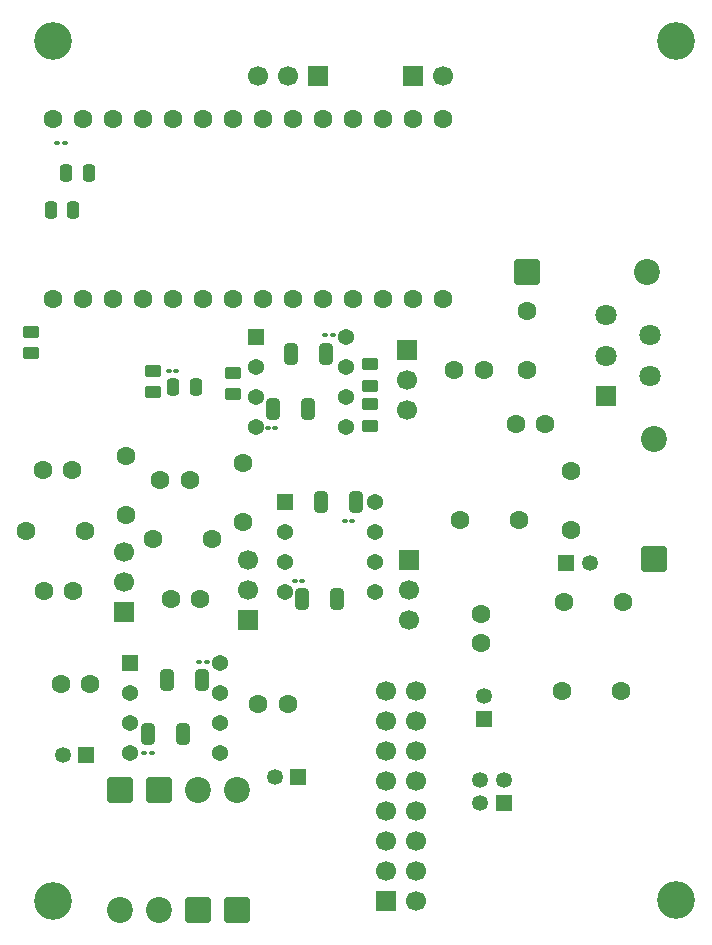
<source format=gbr>
%TF.GenerationSoftware,KiCad,Pcbnew,9.0.5-9.0.5~ubuntu24.04.1*%
%TF.CreationDate,2025-12-28T13:44:13+09:00*%
%TF.ProjectId,bdm-reverb,62646d2d-7265-4766-9572-622e6b696361,rev?*%
%TF.SameCoordinates,Original*%
%TF.FileFunction,Soldermask,Bot*%
%TF.FilePolarity,Negative*%
%FSLAX46Y46*%
G04 Gerber Fmt 4.6, Leading zero omitted, Abs format (unit mm)*
G04 Created by KiCad (PCBNEW 9.0.5-9.0.5~ubuntu24.04.1) date 2025-12-28 13:44:13*
%MOMM*%
%LPD*%
G01*
G04 APERTURE LIST*
G04 Aperture macros list*
%AMRoundRect*
0 Rectangle with rounded corners*
0 $1 Rounding radius*
0 $2 $3 $4 $5 $6 $7 $8 $9 X,Y pos of 4 corners*
0 Add a 4 corners polygon primitive as box body*
4,1,4,$2,$3,$4,$5,$6,$7,$8,$9,$2,$3,0*
0 Add four circle primitives for the rounded corners*
1,1,$1+$1,$2,$3*
1,1,$1+$1,$4,$5*
1,1,$1+$1,$6,$7*
1,1,$1+$1,$8,$9*
0 Add four rect primitives between the rounded corners*
20,1,$1+$1,$2,$3,$4,$5,0*
20,1,$1+$1,$4,$5,$6,$7,0*
20,1,$1+$1,$6,$7,$8,$9,0*
20,1,$1+$1,$8,$9,$2,$3,0*%
G04 Aperture macros list end*
%ADD10C,1.600000*%
%ADD11R,1.350000X1.350000*%
%ADD12C,1.350000*%
%ADD13RoundRect,0.100000X0.130000X0.100000X-0.130000X0.100000X-0.130000X-0.100000X0.130000X-0.100000X0*%
%ADD14C,3.200000*%
%ADD15R,1.700000X1.700000*%
%ADD16C,1.700000*%
%ADD17C,1.371600*%
%ADD18R,1.371600X1.371600*%
%ADD19RoundRect,0.249999X0.850001X-0.850001X0.850001X0.850001X-0.850001X0.850001X-0.850001X-0.850001X0*%
%ADD20C,2.200000*%
%ADD21RoundRect,0.249999X-0.850001X-0.850001X0.850001X-0.850001X0.850001X0.850001X-0.850001X0.850001X0*%
%ADD22RoundRect,0.250000X0.325000X0.650000X-0.325000X0.650000X-0.325000X-0.650000X0.325000X-0.650000X0*%
%ADD23RoundRect,0.249999X-0.850001X0.850001X-0.850001X-0.850001X0.850001X-0.850001X0.850001X0.850001X0*%
%ADD24RoundRect,0.100000X-0.130000X-0.100000X0.130000X-0.100000X0.130000X0.100000X-0.130000X0.100000X0*%
%ADD25RoundRect,0.250000X-0.325000X-0.650000X0.325000X-0.650000X0.325000X0.650000X-0.325000X0.650000X0*%
%ADD26RoundRect,0.250000X-0.250000X-0.475000X0.250000X-0.475000X0.250000X0.475000X-0.250000X0.475000X0*%
%ADD27RoundRect,0.250000X0.450000X-0.262500X0.450000X0.262500X-0.450000X0.262500X-0.450000X-0.262500X0*%
%ADD28R,1.800000X1.800000*%
%ADD29C,1.800000*%
%ADD30RoundRect,0.250000X-0.450000X0.262500X-0.450000X-0.262500X0.450000X-0.262500X0.450000X0.262500X0*%
%ADD31RoundRect,0.250000X0.250000X0.475000X-0.250000X0.475000X-0.250000X-0.475000X0.250000X-0.475000X0*%
G04 APERTURE END LIST*
D10*
%TO.C,C14*%
X206600000Y-80700000D03*
X211600000Y-80700000D03*
%TD*%
%TO.C,C9*%
X204300000Y-78700000D03*
X204300000Y-73700000D03*
%TD*%
D11*
%TO.C,J4*%
X241600000Y-82800000D03*
D12*
X243600000Y-82800000D03*
%TD*%
D11*
%TO.C,J3*%
X234600000Y-96000000D03*
D12*
X234600000Y-94000000D03*
%TD*%
D11*
%TO.C,J2*%
X218900000Y-100900000D03*
D12*
X216900000Y-100900000D03*
%TD*%
D10*
%TO.C,C5*%
X201300000Y-93000000D03*
X198800000Y-93000000D03*
%TD*%
%TO.C,C24*%
X237300000Y-71000000D03*
X239800000Y-71000000D03*
%TD*%
%TO.C,C22*%
X242000000Y-75000000D03*
X242000000Y-80000000D03*
%TD*%
%TO.C,C20*%
X232600000Y-79100000D03*
X237600000Y-79100000D03*
%TD*%
%TO.C,C23*%
X232100000Y-66400000D03*
X234600000Y-66400000D03*
%TD*%
D13*
%TO.C,C34*%
X218580000Y-84300000D03*
X219220000Y-84300000D03*
%TD*%
%TO.C,C33*%
X222825000Y-79200000D03*
X223465000Y-79200000D03*
%TD*%
D14*
%TO.C,REF\u002A\u002A*%
X198100000Y-111400000D03*
%TD*%
D15*
%TO.C,J6*%
X226300000Y-111360000D03*
D16*
X228840000Y-111360000D03*
X226300000Y-108820000D03*
X228840000Y-108820000D03*
X226300000Y-106280000D03*
X228840000Y-106280000D03*
X226300000Y-103740000D03*
X228840000Y-103740000D03*
X226300000Y-101200000D03*
X228840000Y-101200000D03*
X226300000Y-98660000D03*
X228840000Y-98660000D03*
X226300000Y-96120000D03*
X228840000Y-96120000D03*
X226300000Y-93580000D03*
X228840000Y-93580000D03*
%TD*%
D17*
%TO.C,U3*%
X222900000Y-63600000D03*
X222900000Y-66140000D03*
X222900000Y-68680000D03*
X222900000Y-71220000D03*
X215280000Y-71220000D03*
X215280000Y-68680000D03*
X215280000Y-66140000D03*
D18*
X215280000Y-63600000D03*
%TD*%
D10*
%TO.C,C21*%
X246200000Y-93600000D03*
X241200000Y-93600000D03*
%TD*%
D19*
%TO.C,D4*%
X213700000Y-112100000D03*
D20*
X213700000Y-101940000D03*
%TD*%
D21*
%TO.C,D6*%
X238240000Y-58100000D03*
D20*
X248400000Y-58100000D03*
%TD*%
D15*
%TO.C,RV4*%
X228100000Y-64760000D03*
D16*
X228100000Y-67300000D03*
X228100000Y-69840000D03*
%TD*%
D18*
%TO.C,U5*%
X217790000Y-77590000D03*
D17*
X217790000Y-80130000D03*
X217790000Y-82670000D03*
X217790000Y-85210000D03*
X225410000Y-85210000D03*
X225410000Y-82670000D03*
X225410000Y-80130000D03*
X225410000Y-77590000D03*
%TD*%
D22*
%TO.C,C36*%
X222175000Y-85800000D03*
X219225000Y-85800000D03*
%TD*%
D15*
%TO.C,RV1*%
X204100000Y-86940000D03*
D16*
X204100000Y-84400000D03*
X204100000Y-81860000D03*
%TD*%
D23*
%TO.C,D3*%
X207100000Y-101940000D03*
D20*
X207100000Y-112100000D03*
%TD*%
D14*
%TO.C,REF\u002A\u002A*%
X198100000Y-38600000D03*
%TD*%
D15*
%TO.C,RV2*%
X214600000Y-87600000D03*
D16*
X214600000Y-85060000D03*
X214600000Y-82520000D03*
%TD*%
D15*
%TO.C,RV3*%
X228300000Y-82520000D03*
D16*
X228300000Y-85060000D03*
X228300000Y-87600000D03*
%TD*%
D15*
%TO.C,D7*%
X228625000Y-41500000D03*
D16*
X231165000Y-41500000D03*
%TD*%
D14*
%TO.C,REF\u002A\u002A*%
X250900000Y-111300000D03*
%TD*%
D10*
%TO.C,C6*%
X218000000Y-94700000D03*
X215500000Y-94700000D03*
%TD*%
%TO.C,C19*%
X234400000Y-89550000D03*
X234400000Y-87050000D03*
%TD*%
D19*
%TO.C,D2*%
X210400000Y-112100000D03*
D20*
X210400000Y-101940000D03*
%TD*%
D10*
%TO.C,C7*%
X199850000Y-85100000D03*
X197350000Y-85100000D03*
%TD*%
D22*
%TO.C,C35*%
X223750000Y-77600000D03*
X220800000Y-77600000D03*
%TD*%
D10*
%TO.C,C25*%
X246400000Y-86100000D03*
X241400000Y-86100000D03*
%TD*%
D23*
%TO.C,D1*%
X203800000Y-101940000D03*
D20*
X203800000Y-112100000D03*
%TD*%
D11*
%TO.C,J1*%
X200950000Y-99000000D03*
D12*
X198950000Y-99000000D03*
%TD*%
D15*
%TO.C,RV5*%
X220540000Y-41500000D03*
D16*
X218000000Y-41500000D03*
X215460000Y-41500000D03*
%TD*%
D14*
%TO.C,REF\u002A\u002A*%
X250900000Y-38600000D03*
%TD*%
D18*
%TO.C,U2*%
X204680000Y-91200000D03*
D17*
X204680000Y-93740000D03*
X204680000Y-96280000D03*
X204680000Y-98820000D03*
X212300000Y-98820000D03*
X212300000Y-96280000D03*
X212300000Y-93740000D03*
X212300000Y-91200000D03*
%TD*%
D10*
%TO.C,C10*%
X214200000Y-74300000D03*
X214200000Y-79300000D03*
%TD*%
%TO.C,C8*%
X210600000Y-85800000D03*
X208100000Y-85800000D03*
%TD*%
%TO.C,C26*%
X238300000Y-61400000D03*
X238300000Y-66400000D03*
%TD*%
%TO.C,U1*%
X198100000Y-60440000D03*
X200640000Y-60440000D03*
X203180000Y-60440000D03*
X205720000Y-60440000D03*
X208260000Y-60440000D03*
X210800000Y-60440000D03*
X213340000Y-60440000D03*
X215880000Y-60440000D03*
X218420000Y-60440000D03*
X220960000Y-60440000D03*
X223500000Y-60440000D03*
X226040000Y-60440000D03*
X228580000Y-60440000D03*
X231120000Y-60440000D03*
X231120000Y-45200000D03*
X228580000Y-45200000D03*
X226040000Y-45200000D03*
X223500000Y-45200000D03*
X220960000Y-45200000D03*
X218420000Y-45200000D03*
X215880000Y-45200000D03*
X213340000Y-45200000D03*
X210800000Y-45200000D03*
X208260000Y-45200000D03*
X205720000Y-45200000D03*
X203180000Y-45200000D03*
X200640000Y-45200000D03*
X198100000Y-45200000D03*
%TD*%
D11*
%TO.C,SW1*%
X236300000Y-103100000D03*
D12*
X234300000Y-103100000D03*
X236300000Y-101100000D03*
X234300000Y-101100000D03*
%TD*%
D22*
%TO.C,C4*%
X209150000Y-97275000D03*
X206200000Y-97275000D03*
%TD*%
D10*
%TO.C,C11*%
X197250000Y-74850000D03*
X199750000Y-74850000D03*
%TD*%
D24*
%TO.C,C16*%
X221160000Y-63475000D03*
X221800000Y-63475000D03*
%TD*%
D10*
%TO.C,C13*%
X207200000Y-75700000D03*
X209700000Y-75700000D03*
%TD*%
D24*
%TO.C,C31*%
X207925000Y-66500000D03*
X208565000Y-66500000D03*
%TD*%
%TO.C,C29*%
X198480000Y-47200000D03*
X199120000Y-47200000D03*
%TD*%
D25*
%TO.C,C17*%
X216725000Y-69750000D03*
X219675000Y-69750000D03*
%TD*%
D26*
%TO.C,C32*%
X208300000Y-67900000D03*
X210200000Y-67900000D03*
%TD*%
D13*
%TO.C,C3*%
X206500000Y-98875000D03*
X205860000Y-98875000D03*
%TD*%
D27*
%TO.C,R4*%
X224925000Y-67737500D03*
X224925000Y-65912500D03*
%TD*%
D10*
%TO.C,C12*%
X195875000Y-80075000D03*
X200875000Y-80075000D03*
%TD*%
D25*
%TO.C,C18*%
X218300000Y-65050000D03*
X221250000Y-65050000D03*
%TD*%
D28*
%TO.C,U4*%
X244950000Y-68600000D03*
D29*
X248650000Y-66900000D03*
X244950000Y-65200000D03*
X248650000Y-63500000D03*
X244950000Y-61800000D03*
%TD*%
D13*
%TO.C,C1*%
X211140000Y-91125000D03*
X210500000Y-91125000D03*
%TD*%
D30*
%TO.C,R9*%
X224925000Y-69337500D03*
X224925000Y-71162500D03*
%TD*%
D31*
%TO.C,C28*%
X201150000Y-49750000D03*
X199250000Y-49750000D03*
%TD*%
D27*
%TO.C,R18*%
X206600000Y-68312500D03*
X206600000Y-66487500D03*
%TD*%
D22*
%TO.C,C2*%
X210725000Y-92650000D03*
X207775000Y-92650000D03*
%TD*%
D30*
%TO.C,R17*%
X196300000Y-63187500D03*
X196300000Y-65012500D03*
%TD*%
D24*
%TO.C,C15*%
X216310000Y-71300000D03*
X216950000Y-71300000D03*
%TD*%
D26*
%TO.C,C30*%
X197950000Y-52900000D03*
X199850000Y-52900000D03*
%TD*%
D30*
%TO.C,R8*%
X213350000Y-66662500D03*
X213350000Y-68487500D03*
%TD*%
D19*
%TO.C,D5*%
X249000000Y-82400000D03*
D20*
X249000000Y-72240000D03*
%TD*%
M02*

</source>
